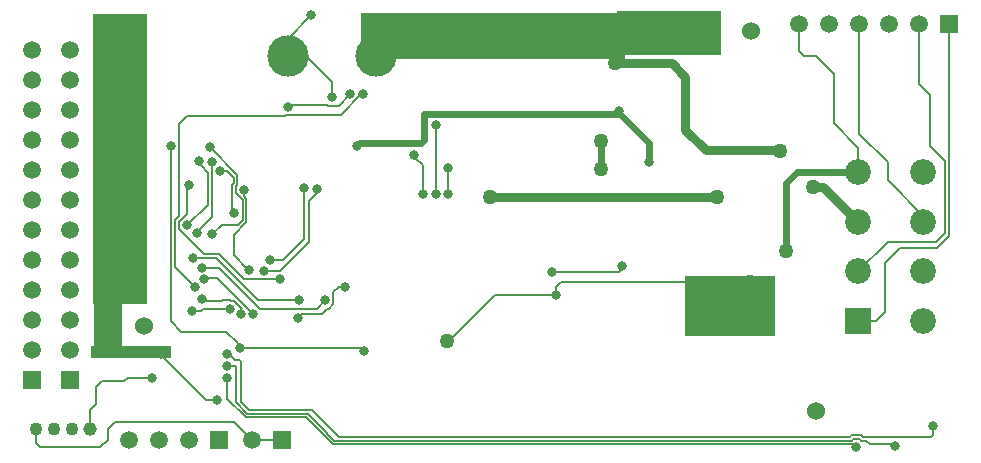
<source format=gbl>
%FSTAX23Y23*%
%MOIN*%
%SFA1B1*%

%IPPOS*%
%ADD11C,0.023620*%
%ADD13C,0.007870*%
%ADD20R,0.059060X0.059060*%
%ADD49C,0.031500*%
%ADD69C,0.060000*%
%ADD70R,0.059060X0.059060*%
%ADD71C,0.059060*%
%ADD72C,0.137800*%
%ADD73C,0.043310*%
%ADD74C,0.045280*%
%ADD75R,0.085630X0.085630*%
%ADD76C,0.085630*%
%ADD77C,0.031500*%
%ADD78C,0.050000*%
%ADD79R,0.098030X0.171730*%
%ADD80R,0.180000X0.969250*%
%ADD81R,0.265000X0.042950*%
%ADD82R,0.349090X0.148030*%
%ADD83R,0.301730X0.200000*%
%ADD84R,0.880000X0.155000*%
%LN3phasedriver-1*%
%LPD*%
G54D11*
X05498Y03458D02*
X05701D01*
X04255Y03652D02*
X04907D01*
X04245Y03555D02*
X04255Y03565D01*
X04042Y03555D02*
X04245D01*
X04255Y03565D02*
Y03652D01*
X04845Y03468D02*
Y0356D01*
X0546Y0342D02*
X05498Y03458D01*
X0546Y03195D02*
Y0342D01*
X04907Y03652D02*
X05005Y03555D01*
Y0349D02*
Y03555D01*
G54D13*
X04031Y03544D02*
X04042Y03555D01*
X03878Y0398D02*
X03878D01*
X038Y03902D02*
X03878Y0398D01*
X038Y03845D02*
Y03902D01*
X03255Y0276D02*
X03267Y02771D01*
X03346*
X0338Y02845D02*
X03527Y02697D01*
X03563*
X04905Y03125D02*
X04915Y03135D01*
X04679Y03125D02*
X04905D01*
X04695Y03047D02*
Y03075D01*
X0471Y0309*
X0534*
X04345Y029D02*
X04492Y03047D01*
X04695*
X05701Y02961D02*
X05761D01*
X0579Y0299*
Y03155*
X0584Y03205*
X05965*
X06005Y03245*
Y0395*
X05905Y0375D02*
Y0395D01*
Y0375D02*
X0594Y03715D01*
Y03545D02*
Y03715D01*
Y03545D02*
X0599Y03495D01*
Y03255D02*
Y03495D01*
X0596Y03225D02*
X0599Y03255D01*
X05799Y03225D02*
X0596D01*
X05701Y03127D02*
X05799Y03225D01*
X05918Y03292D02*
Y03311D01*
X058Y0343D02*
X05918Y03311D01*
X058Y0343D02*
Y0349D01*
X05705Y03585D02*
X058Y0349D01*
X05705Y03585D02*
Y0395D01*
X0574Y0255D02*
X05815D01*
X05727Y02562D02*
X0574Y0255D01*
X0571Y02562D02*
X05727D01*
X05706Y02567D02*
X0571Y02562D01*
X05683Y02567D02*
X05706D01*
X05679Y02562D02*
X05683Y02567D01*
X05716Y02575D02*
X05945D01*
X03969D02*
X05673D01*
X05711Y0258D02*
X05716Y02575D01*
X05678Y0258D02*
X05711D01*
X05673Y02575D02*
X05678Y0258D01*
X0395Y0255D02*
X0569D01*
X0595Y0258D02*
Y0261D01*
X05945Y02575D02*
X0595Y0258D01*
X05505Y0386D02*
Y0395D01*
Y0386D02*
X0552Y03845D01*
X0556*
X0562Y03785*
Y0362D02*
Y03785D01*
Y0362D02*
X05701Y03538D01*
Y03458D02*
Y03538D01*
X04905Y03655D02*
X04907Y03652D01*
X04905Y03655D02*
Y0366D01*
X04095Y03845D02*
X04125Y03875D01*
X04875*
X0489Y0386*
Y0382D02*
Y0386D01*
X03955Y02562D02*
X05679D01*
X03879Y02665D02*
X03969Y02575D01*
X03671Y02665D02*
X03879D01*
X0386Y0264D02*
X0395Y0255D01*
X0366Y0264D02*
X0386D01*
X03867Y02652D02*
X03932Y02587D01*
Y02585D02*
X03955Y02562D01*
X03932Y02585D02*
Y02587D01*
X0368Y02565D02*
X0378D01*
X0362Y02625D02*
X0368Y02565D01*
X03225Y02625D02*
X0362D01*
X032Y026D02*
X03225Y02625D01*
X032Y02565D02*
Y026D01*
X03175Y0254D02*
X032Y02565D01*
X02975Y0254D02*
X03175D01*
X0296Y02555D02*
X02975Y0254D01*
X0296Y02555D02*
Y026D01*
X0318Y0276D02*
X03255D01*
X0316Y0274D02*
X0318Y0276D01*
X0316Y02685D02*
Y0274D01*
X03139Y02664D02*
X0316Y02685D01*
X03139Y026D02*
Y02664D01*
X0521Y03375D02*
X0522Y03365D01*
X04335Y03385D02*
Y03465D01*
X04295Y03385D02*
Y0361D01*
X04225Y03505D02*
Y0351D01*
Y03505D02*
X0425Y0348D01*
Y03385D02*
Y0348D01*
X03425Y0314D02*
X0349Y03075D01*
X0352Y03029D02*
X03579D01*
X03515Y03035D02*
X0352Y03029D01*
X0348Y02995D02*
X0351D01*
X03517Y03002*
X03608*
X03425Y0314D02*
Y03263D01*
X03424Y03263D02*
X03425Y03263D01*
X03424Y03263D02*
Y03297D01*
X03437Y0331*
Y03617*
X03465Y03645*
X0341Y0296D02*
Y03545D01*
X03465Y03645D02*
X03792D01*
X0379Y03646D02*
X03792Y03645D01*
X0379Y03646D02*
X03976D01*
X04045Y03716*
X04051*
X03969Y03678D02*
X04006Y03716D01*
X03935Y03678D02*
X03969D01*
X03933Y0368D02*
X03935Y03678D01*
X0381Y0368D02*
X03933D01*
X03946Y03706D02*
Y03758D01*
X038Y0367D02*
X0381Y0368D01*
X038Y03845D02*
X0386D01*
X03946Y03758*
X03645Y02691D02*
X03671Y02665D01*
X03645Y02691D02*
Y02823D01*
X03639Y0283D02*
X03645Y02823D01*
X03625Y0283D02*
X03639D01*
X03604Y0285D02*
X03625Y0283D01*
X03598Y0285D02*
X03604D01*
X03665Y02652D02*
X03867D01*
X03627Y02691D02*
X03665Y02652D01*
X03627Y02691D02*
Y02807D01*
X03625Y0281D02*
X03627Y02807D01*
X03597Y0281D02*
X03625D01*
X03597Y02702D02*
X0366Y0264D01*
X03597Y02702D02*
Y0277D01*
X04045Y0287D02*
X0405Y02865D01*
X0403Y0287D02*
X04045D01*
X04029Y0287D02*
X0403Y0287D01*
X03639Y0287D02*
X04029D01*
X03633Y02875D02*
Y02886D01*
X03595Y02925D02*
X03633Y02886D01*
X03445Y02925D02*
X03595D01*
X0341Y0296D02*
X03445Y02925D01*
X03437Y03291D02*
X03465Y03319D01*
X0384Y0298D02*
X03845Y02985D01*
X03915*
X03932Y03002*
X03936*
X03952Y03018*
Y03057*
X0397Y03075*
X0399*
X0353Y03105D02*
X03565D01*
X03685Y02985*
X03645Y02983D02*
Y02999D01*
X03647Y03001*
X03897Y03002D02*
X03925Y0303D01*
X0362Y03029D02*
X03647Y03001D01*
X03706Y03002D02*
X03897D01*
X03569Y03139D02*
X03706Y03002D01*
X0362Y0318D02*
X03665Y03135D01*
X0372Y03128D02*
X03773D01*
X03653Y03101D02*
X03775D01*
X0357Y03185D02*
X03653Y03101D01*
X0374Y03165D02*
X03785D01*
X03773Y03128D02*
X0387Y03225D01*
X03521Y03185D02*
X0357D01*
X037Y0303D02*
X03836D01*
X0356Y0317D02*
X037Y0303D01*
X03485Y0317D02*
X0356D01*
X03515Y03139D02*
X03569D01*
X0362Y0318D02*
Y03249D01*
X03662Y03292*
Y03369*
X03655Y03377D02*
X03662Y03369D01*
X03655Y03377D02*
Y03398D01*
X03579Y03029D02*
X0358Y0303D01*
X0361*
X0361Y03029*
X0362*
X03785Y03165D02*
X03855Y03235D01*
X0387Y03225D02*
Y0336D01*
X03897Y03387*
Y034*
X03855Y03235D02*
Y03403D01*
X03465Y0341D02*
X0347Y03415D01*
X03465Y03319D02*
Y0341D01*
X03437Y03269D02*
Y03291D01*
Y03269D02*
X03521Y03185D01*
X0354Y0354D02*
X03632Y03447D01*
Y03415D02*
Y03447D01*
X03627Y0341D02*
X03632Y03415D01*
X03627Y03387D02*
Y0341D01*
Y03387D02*
X0365Y03364D01*
Y03297D02*
Y03364D01*
X03614Y03325D02*
Y03415D01*
Y03325D02*
X0362Y0332D01*
Y0342D02*
Y03438D01*
X03614Y03415D02*
X0362Y0342D01*
X03633Y03281D02*
X0365Y03297D01*
X0358Y03281D02*
X03633D01*
X03548Y0325D02*
X0358Y03281D01*
X0351Y0348D02*
X03534Y03455D01*
Y03349D02*
Y03455D01*
X03465Y0328D02*
X03534Y03349D01*
X03547Y03307D02*
Y0349D01*
X03496Y03256D02*
X03547Y03307D01*
X03496Y03255D02*
Y03256D01*
X03575Y0346D02*
X03598D01*
X0362Y03438*
G54D20*
X0357Y02565D03*
X06005Y0395D03*
X0378Y02565D03*
G54D49*
X0555Y03408D02*
X05585D01*
X05701Y03292*
X05193Y0353D02*
X05426D01*
X05125Y03598D02*
X05193Y0353D01*
X05125Y03598D02*
Y03775D01*
X0508Y0382D02*
X05125Y03775D01*
X0489Y0382D02*
X0508D01*
X04475Y03375D02*
X0521D01*
G54D69*
X03322Y02944D03*
X05562Y02661D03*
X05343Y03929D03*
G54D70*
X02948Y02763D03*
X03075Y02765D03*
G54D71*
X02948Y02863D03*
Y02963D03*
Y03063D03*
Y03163D03*
Y03263D03*
Y03363D03*
Y03463D03*
Y03563D03*
Y03663D03*
Y03763D03*
Y03863D03*
X0347Y02565D03*
X0337D03*
X0327D03*
X05505Y0395D03*
X05605D03*
X05705D03*
X05805D03*
X05905D03*
X0368Y02565D03*
X03075Y03865D03*
Y03765D03*
Y03665D03*
Y03565D03*
Y03465D03*
Y03365D03*
Y03265D03*
Y03165D03*
Y03065D03*
Y02965D03*
Y02865D03*
G54D72*
X04095Y03845D03*
X038D03*
G54D73*
X0296Y026D03*
X0302D03*
X0308D03*
G54D74*
X03139Y026D03*
G54D75*
X05701Y02961D03*
G54D76*
X05701Y03127D03*
Y03292D03*
Y03458D03*
X05918Y02961D03*
Y03127D03*
Y03292D03*
Y03458D03*
G54D77*
X03878Y0398D03*
X03346Y02771D03*
X03378Y02852D03*
X03563Y02697D03*
X04914Y03145D03*
X04679Y03125D03*
X04695Y03047D03*
X0595Y0261D03*
X05825Y02545D03*
X05695Y0254D03*
X05005Y0349D03*
X04905Y0366D03*
X04031Y03544D03*
X04335Y0347D03*
Y03385D03*
X04295Y03614D03*
Y03385D03*
X0422Y03515D03*
X0425Y03385D03*
X0352Y031D03*
X0349Y03075D03*
X03515Y03035D03*
X0348Y02995D03*
X0341Y03545D03*
X03946Y03706D03*
X04006Y03716D03*
X03801Y03674D03*
X04051Y03716D03*
X04055Y0286D03*
X03597Y0277D03*
Y0281D03*
X03598Y0285D03*
X03639Y0287D03*
X03835Y0297D03*
X0399Y03075D03*
X03645Y02983D03*
X03685Y02985D03*
X0367Y0313D03*
X0372Y03128D03*
X03775Y03101D03*
X0374Y03165D03*
X03836Y0303D03*
X03608Y03002D03*
X03897Y034D03*
X03855Y03403D03*
X03925Y0303D03*
X03515Y03139D03*
X03485Y0317D03*
X0347Y03415D03*
X0354Y0354D03*
X03548Y0325D03*
X0362Y0332D03*
X03505Y03495D03*
X03547Y0349D03*
X03575Y0346D03*
X03496Y03255D03*
X03465Y0328D03*
X03655Y03398D03*
G54D78*
X0322Y03935D03*
X04845Y03468D03*
Y0356D03*
X0534Y0309D03*
X0433Y02895D03*
X0555Y03408D03*
X0544Y03526D03*
X0546Y03195D03*
X0489Y0382D03*
X0523Y03375D03*
X04475D03*
G54D79*
X03199Y02944D03*
G54D80*
X0324Y035D03*
G54D81*
X03277Y02856D03*
G54D82*
X05069Y0392D03*
G54D83*
X05275Y0301D03*
G54D84*
X04485Y03912D03*
M02*
</source>
